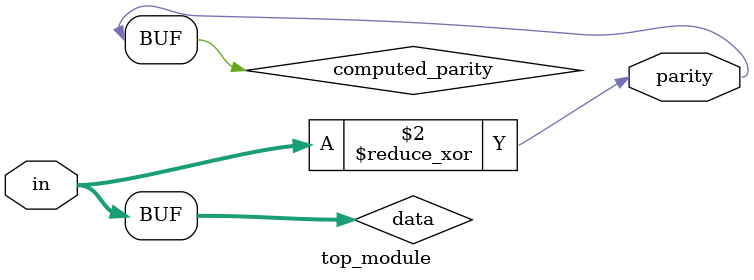
<source format=sv>
module top_module (
	input [7:0] in,
	output parity
);

reg [7:0] data;
reg computed_parity;

// Assign input to data
assign data = in;

// Compute parity bit using XOR operation
always @(data)
	computed_parity = ^data;

// Assign computed_parity to output
assign parity = computed_parity;

endmodule

</source>
